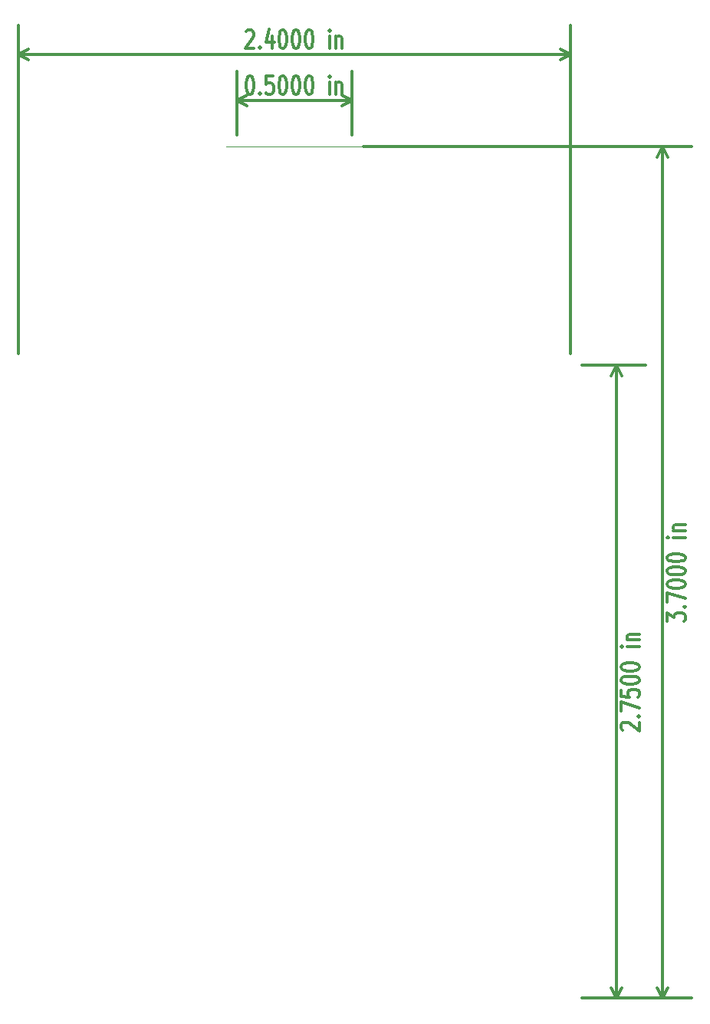
<source format=gbr>
%FSLAX34Y34*%
G04 Gerber Fmt 3.4, Leading zero omitted, Abs format*
G04 (created by PCBNEW (2014-04-11 BZR 4798)-product) date 21/04/2014 04:41:56*
%MOIN*%
G01*
G70*
G90*
G04 APERTURE LIST*
%ADD10C,0.005906*%
%ADD11C,0.012000*%
%ADD12C,0.001000*%
G04 APERTURE END LIST*
G54D10*
G54D11*
X24500Y37000D02*
X15000Y37000D01*
X9900Y42001D02*
X9928Y42040D01*
X9985Y42078D01*
X10128Y42078D01*
X10185Y42040D01*
X10214Y42001D01*
X10242Y41925D01*
X10242Y41849D01*
X10214Y41735D01*
X9871Y41278D01*
X10242Y41278D01*
X10500Y41354D02*
X10528Y41316D01*
X10500Y41278D01*
X10471Y41316D01*
X10500Y41354D01*
X10500Y41278D01*
X11042Y41811D02*
X11042Y41278D01*
X10900Y42116D02*
X10757Y41544D01*
X11128Y41544D01*
X11471Y42078D02*
X11528Y42078D01*
X11585Y42040D01*
X11614Y42001D01*
X11642Y41925D01*
X11671Y41773D01*
X11671Y41582D01*
X11642Y41430D01*
X11614Y41354D01*
X11585Y41316D01*
X11528Y41278D01*
X11471Y41278D01*
X11414Y41316D01*
X11385Y41354D01*
X11357Y41430D01*
X11328Y41582D01*
X11328Y41773D01*
X11357Y41925D01*
X11385Y42001D01*
X11414Y42040D01*
X11471Y42078D01*
X12042Y42078D02*
X12100Y42078D01*
X12157Y42040D01*
X12185Y42001D01*
X12214Y41925D01*
X12242Y41773D01*
X12242Y41582D01*
X12214Y41430D01*
X12185Y41354D01*
X12157Y41316D01*
X12100Y41278D01*
X12042Y41278D01*
X11985Y41316D01*
X11957Y41354D01*
X11928Y41430D01*
X11900Y41582D01*
X11900Y41773D01*
X11928Y41925D01*
X11957Y42001D01*
X11985Y42040D01*
X12042Y42078D01*
X12614Y42078D02*
X12671Y42078D01*
X12728Y42040D01*
X12757Y42001D01*
X12785Y41925D01*
X12814Y41773D01*
X12814Y41582D01*
X12785Y41430D01*
X12757Y41354D01*
X12728Y41316D01*
X12671Y41278D01*
X12614Y41278D01*
X12557Y41316D01*
X12528Y41354D01*
X12500Y41430D01*
X12471Y41582D01*
X12471Y41773D01*
X12500Y41925D01*
X12528Y42001D01*
X12557Y42040D01*
X12614Y42078D01*
X13528Y41278D02*
X13528Y41811D01*
X13528Y42078D02*
X13500Y42040D01*
X13528Y42001D01*
X13557Y42040D01*
X13528Y42078D01*
X13528Y42001D01*
X13814Y41811D02*
X13814Y41278D01*
X13814Y41735D02*
X13842Y41773D01*
X13900Y41811D01*
X13985Y41811D01*
X14042Y41773D01*
X14071Y41697D01*
X14071Y41278D01*
X24000Y41000D02*
X0Y41000D01*
X24000Y28000D02*
X24000Y42280D01*
X0Y28000D02*
X0Y42280D01*
X0Y41000D02*
X443Y41230D01*
X0Y41000D02*
X443Y40769D01*
X24000Y41000D02*
X23556Y41230D01*
X24000Y41000D02*
X23556Y40769D01*
X10042Y40078D02*
X10100Y40078D01*
X10157Y40040D01*
X10185Y40001D01*
X10214Y39925D01*
X10242Y39773D01*
X10242Y39582D01*
X10214Y39430D01*
X10185Y39354D01*
X10157Y39316D01*
X10100Y39278D01*
X10042Y39278D01*
X9985Y39316D01*
X9957Y39354D01*
X9928Y39430D01*
X9900Y39582D01*
X9900Y39773D01*
X9928Y39925D01*
X9957Y40001D01*
X9985Y40040D01*
X10042Y40078D01*
X10500Y39354D02*
X10528Y39316D01*
X10500Y39278D01*
X10471Y39316D01*
X10500Y39354D01*
X10500Y39278D01*
X11071Y40078D02*
X10785Y40078D01*
X10757Y39697D01*
X10785Y39735D01*
X10842Y39773D01*
X10985Y39773D01*
X11042Y39735D01*
X11071Y39697D01*
X11100Y39620D01*
X11100Y39430D01*
X11071Y39354D01*
X11042Y39316D01*
X10985Y39278D01*
X10842Y39278D01*
X10785Y39316D01*
X10757Y39354D01*
X11471Y40078D02*
X11528Y40078D01*
X11585Y40040D01*
X11614Y40001D01*
X11642Y39925D01*
X11671Y39773D01*
X11671Y39582D01*
X11642Y39430D01*
X11614Y39354D01*
X11585Y39316D01*
X11528Y39278D01*
X11471Y39278D01*
X11414Y39316D01*
X11385Y39354D01*
X11357Y39430D01*
X11328Y39582D01*
X11328Y39773D01*
X11357Y39925D01*
X11385Y40001D01*
X11414Y40040D01*
X11471Y40078D01*
X12042Y40078D02*
X12100Y40078D01*
X12157Y40040D01*
X12185Y40001D01*
X12214Y39925D01*
X12242Y39773D01*
X12242Y39582D01*
X12214Y39430D01*
X12185Y39354D01*
X12157Y39316D01*
X12100Y39278D01*
X12042Y39278D01*
X11985Y39316D01*
X11957Y39354D01*
X11928Y39430D01*
X11900Y39582D01*
X11900Y39773D01*
X11928Y39925D01*
X11957Y40001D01*
X11985Y40040D01*
X12042Y40078D01*
X12614Y40078D02*
X12671Y40078D01*
X12728Y40040D01*
X12757Y40001D01*
X12785Y39925D01*
X12814Y39773D01*
X12814Y39582D01*
X12785Y39430D01*
X12757Y39354D01*
X12728Y39316D01*
X12671Y39278D01*
X12614Y39278D01*
X12557Y39316D01*
X12528Y39354D01*
X12500Y39430D01*
X12471Y39582D01*
X12471Y39773D01*
X12500Y39925D01*
X12528Y40001D01*
X12557Y40040D01*
X12614Y40078D01*
X13528Y39278D02*
X13528Y39811D01*
X13528Y40078D02*
X13500Y40040D01*
X13528Y40001D01*
X13557Y40040D01*
X13528Y40078D01*
X13528Y40001D01*
X13814Y39811D02*
X13814Y39278D01*
X13814Y39735D02*
X13842Y39773D01*
X13900Y39811D01*
X13985Y39811D01*
X14042Y39773D01*
X14071Y39697D01*
X14071Y39278D01*
X14500Y39000D02*
X9500Y39000D01*
X14500Y37500D02*
X14500Y40280D01*
X9500Y37500D02*
X9500Y40280D01*
X9500Y39000D02*
X9943Y39230D01*
X9500Y39000D02*
X9943Y38769D01*
X14500Y39000D02*
X14056Y39230D01*
X14500Y39000D02*
X14056Y38769D01*
X28201Y16371D02*
X28201Y16742D01*
X28506Y16542D01*
X28506Y16628D01*
X28544Y16685D01*
X28582Y16714D01*
X28659Y16742D01*
X28849Y16742D01*
X28925Y16714D01*
X28963Y16685D01*
X29001Y16628D01*
X29001Y16457D01*
X28963Y16400D01*
X28925Y16371D01*
X28925Y17000D02*
X28963Y17028D01*
X29001Y17000D01*
X28963Y16971D01*
X28925Y17000D01*
X29001Y17000D01*
X28201Y17228D02*
X28201Y17628D01*
X29001Y17371D01*
X28201Y17971D02*
X28201Y18028D01*
X28240Y18085D01*
X28278Y18114D01*
X28354Y18142D01*
X28506Y18171D01*
X28697Y18171D01*
X28849Y18142D01*
X28925Y18114D01*
X28963Y18085D01*
X29001Y18028D01*
X29001Y17971D01*
X28963Y17914D01*
X28925Y17885D01*
X28849Y17857D01*
X28697Y17828D01*
X28506Y17828D01*
X28354Y17857D01*
X28278Y17885D01*
X28240Y17914D01*
X28201Y17971D01*
X28201Y18542D02*
X28201Y18600D01*
X28240Y18657D01*
X28278Y18685D01*
X28354Y18714D01*
X28506Y18742D01*
X28697Y18742D01*
X28849Y18714D01*
X28925Y18685D01*
X28963Y18657D01*
X29001Y18600D01*
X29001Y18542D01*
X28963Y18485D01*
X28925Y18457D01*
X28849Y18428D01*
X28697Y18400D01*
X28506Y18400D01*
X28354Y18428D01*
X28278Y18457D01*
X28240Y18485D01*
X28201Y18542D01*
X28201Y19114D02*
X28201Y19171D01*
X28240Y19228D01*
X28278Y19257D01*
X28354Y19285D01*
X28506Y19314D01*
X28697Y19314D01*
X28849Y19285D01*
X28925Y19257D01*
X28963Y19228D01*
X29001Y19171D01*
X29001Y19114D01*
X28963Y19057D01*
X28925Y19028D01*
X28849Y19000D01*
X28697Y18971D01*
X28506Y18971D01*
X28354Y19000D01*
X28278Y19028D01*
X28240Y19057D01*
X28201Y19114D01*
X29001Y20028D02*
X28468Y20028D01*
X28201Y20028D02*
X28240Y20000D01*
X28278Y20028D01*
X28240Y20057D01*
X28201Y20028D01*
X28278Y20028D01*
X28468Y20314D02*
X29001Y20314D01*
X28544Y20314D02*
X28506Y20342D01*
X28468Y20400D01*
X28468Y20485D01*
X28506Y20542D01*
X28582Y20571D01*
X29001Y20571D01*
X28000Y0D02*
X28000Y37000D01*
X24500Y0D02*
X29280Y0D01*
X24500Y37000D02*
X29280Y37000D01*
X28000Y37000D02*
X28230Y36556D01*
X28000Y37000D02*
X27769Y36556D01*
X28000Y0D02*
X28230Y443D01*
X28000Y0D02*
X27769Y443D01*
X26278Y11650D02*
X26239Y11678D01*
X26201Y11735D01*
X26201Y11878D01*
X26239Y11935D01*
X26278Y11964D01*
X26354Y11992D01*
X26430Y11992D01*
X26544Y11964D01*
X27001Y11621D01*
X27001Y11992D01*
X26925Y12250D02*
X26963Y12278D01*
X27001Y12250D01*
X26963Y12221D01*
X26925Y12250D01*
X27001Y12250D01*
X26201Y12478D02*
X26201Y12878D01*
X27001Y12621D01*
X26201Y13392D02*
X26201Y13107D01*
X26582Y13078D01*
X26544Y13107D01*
X26506Y13164D01*
X26506Y13307D01*
X26544Y13364D01*
X26582Y13392D01*
X26659Y13421D01*
X26849Y13421D01*
X26925Y13392D01*
X26963Y13364D01*
X27001Y13307D01*
X27001Y13164D01*
X26963Y13107D01*
X26925Y13078D01*
X26201Y13792D02*
X26201Y13850D01*
X26239Y13907D01*
X26278Y13935D01*
X26354Y13964D01*
X26506Y13992D01*
X26697Y13992D01*
X26849Y13964D01*
X26925Y13935D01*
X26963Y13907D01*
X27001Y13850D01*
X27001Y13792D01*
X26963Y13735D01*
X26925Y13707D01*
X26849Y13678D01*
X26697Y13650D01*
X26506Y13650D01*
X26354Y13678D01*
X26278Y13707D01*
X26239Y13735D01*
X26201Y13792D01*
X26201Y14364D02*
X26201Y14421D01*
X26239Y14478D01*
X26278Y14507D01*
X26354Y14535D01*
X26506Y14564D01*
X26697Y14564D01*
X26849Y14535D01*
X26925Y14507D01*
X26963Y14478D01*
X27001Y14421D01*
X27001Y14364D01*
X26963Y14307D01*
X26925Y14278D01*
X26849Y14250D01*
X26697Y14221D01*
X26506Y14221D01*
X26354Y14250D01*
X26278Y14278D01*
X26239Y14307D01*
X26201Y14364D01*
X27001Y15278D02*
X26468Y15278D01*
X26201Y15278D02*
X26239Y15250D01*
X26278Y15278D01*
X26239Y15307D01*
X26201Y15278D01*
X26278Y15278D01*
X26468Y15564D02*
X27001Y15564D01*
X26544Y15564D02*
X26506Y15592D01*
X26468Y15650D01*
X26468Y15735D01*
X26506Y15792D01*
X26582Y15821D01*
X27001Y15821D01*
X25999Y0D02*
X25999Y27500D01*
X24500Y0D02*
X27279Y0D01*
X24500Y27500D02*
X27279Y27500D01*
X25999Y27500D02*
X26230Y27056D01*
X25999Y27500D02*
X25769Y27056D01*
X25999Y0D02*
X26230Y443D01*
X25999Y0D02*
X25769Y443D01*
G54D12*
X9047Y37009D02*
X14953Y37009D01*
M02*

</source>
